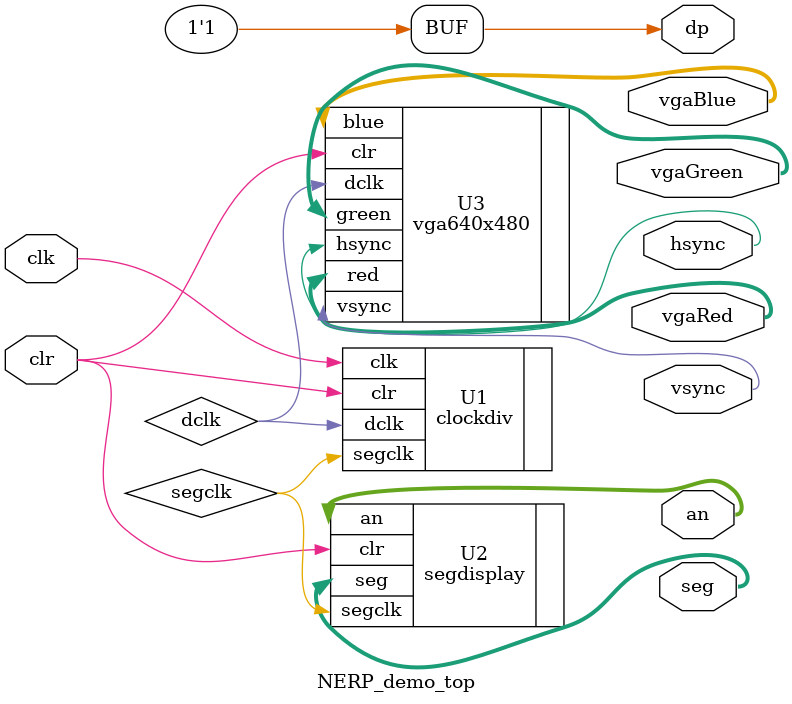
<source format=v>
`timescale 1ns / 1ps
module NERP_demo_top(
	input wire clk,			//master clock = 50MHz
	input wire clr,			//right-most pushbutton for reset
	output wire [6:0] seg,	//7-segment display LEDs
	output wire [3:0] an,	//7-segment display anode enable
	output wire dp,			//7-segment display decimal point
	output wire [2:0] vgaRed,	//red vga output - 3 bits
	output wire [2:0] vgaGreen,//green vga output - 3 bits
	output wire [1:0] vgaBlue,	//blue vga output - 2 bits
	output wire hsync,		//horizontal sync out
	output wire vsync			//vertical sync out
	);

// 7-segment clock interconnect
wire segclk;

// VGA display clock interconnect
wire dclk;

// disable the 7-segment decimal points
assign dp = 1;

// generate 7-segment clock & display clock
clockdiv U1(
	.clk(clk),
	.clr(clr),
	.segclk(segclk),
	.dclk(dclk)
	);

// 7-segment display controller
segdisplay U2(
	.segclk(segclk),
	.clr(clr),
	.seg(seg),
	.an(an)
	);

// VGA controller
vga640x480 U3(
	.dclk(dclk),
	.clr(clr),
	.hsync(hsync),
	.vsync(vsync),
	.red(vgaRed),
	.green(vgaGreen),
	.blue(vgaBlue)
	);

endmodule

</source>
